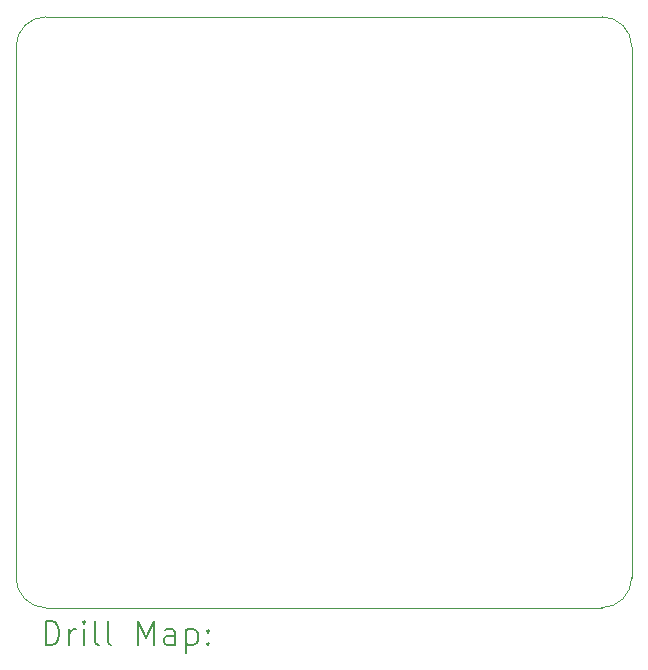
<source format=gbr>
%TF.GenerationSoftware,KiCad,Pcbnew,(6.0.8)*%
%TF.CreationDate,2023-01-28T13:43:02+01:00*%
%TF.ProjectId,MuMo-v2-Node,4d754d6f-2d76-4322-9d4e-6f64652e6b69,rev?*%
%TF.SameCoordinates,Original*%
%TF.FileFunction,Drillmap*%
%TF.FilePolarity,Positive*%
%FSLAX45Y45*%
G04 Gerber Fmt 4.5, Leading zero omitted, Abs format (unit mm)*
G04 Created by KiCad (PCBNEW (6.0.8)) date 2023-01-28 13:43:02*
%MOMM*%
%LPD*%
G01*
G04 APERTURE LIST*
%ADD10C,0.100000*%
%ADD11C,0.200000*%
G04 APERTURE END LIST*
D10*
X19232880Y-10769600D02*
G75*
G03*
X19486880Y-10515600I0J254000D01*
G01*
X14528800Y-5765800D02*
X19234685Y-5765800D01*
X14528800Y-5765800D02*
G75*
G03*
X14274800Y-6019800I0J-254000D01*
G01*
X19486880Y-10515600D02*
X19488685Y-6019800D01*
X19232880Y-10769600D02*
X14528800Y-10769600D01*
X14274800Y-10515600D02*
X14274800Y-6019800D01*
X14274800Y-10515600D02*
G75*
G03*
X14528800Y-10769600I254000J0D01*
G01*
X19488690Y-6019800D02*
G75*
G03*
X19234685Y-5765800I-254000J0D01*
G01*
D11*
X14527419Y-11085076D02*
X14527419Y-10885076D01*
X14575038Y-10885076D01*
X14603609Y-10894600D01*
X14622657Y-10913648D01*
X14632181Y-10932695D01*
X14641705Y-10970790D01*
X14641705Y-10999362D01*
X14632181Y-11037457D01*
X14622657Y-11056505D01*
X14603609Y-11075552D01*
X14575038Y-11085076D01*
X14527419Y-11085076D01*
X14727419Y-11085076D02*
X14727419Y-10951743D01*
X14727419Y-10989838D02*
X14736943Y-10970790D01*
X14746467Y-10961267D01*
X14765514Y-10951743D01*
X14784562Y-10951743D01*
X14851228Y-11085076D02*
X14851228Y-10951743D01*
X14851228Y-10885076D02*
X14841705Y-10894600D01*
X14851228Y-10904124D01*
X14860752Y-10894600D01*
X14851228Y-10885076D01*
X14851228Y-10904124D01*
X14975038Y-11085076D02*
X14955990Y-11075552D01*
X14946467Y-11056505D01*
X14946467Y-10885076D01*
X15079800Y-11085076D02*
X15060752Y-11075552D01*
X15051228Y-11056505D01*
X15051228Y-10885076D01*
X15308371Y-11085076D02*
X15308371Y-10885076D01*
X15375038Y-11027933D01*
X15441705Y-10885076D01*
X15441705Y-11085076D01*
X15622657Y-11085076D02*
X15622657Y-10980314D01*
X15613133Y-10961267D01*
X15594086Y-10951743D01*
X15555990Y-10951743D01*
X15536943Y-10961267D01*
X15622657Y-11075552D02*
X15603609Y-11085076D01*
X15555990Y-11085076D01*
X15536943Y-11075552D01*
X15527419Y-11056505D01*
X15527419Y-11037457D01*
X15536943Y-11018410D01*
X15555990Y-11008886D01*
X15603609Y-11008886D01*
X15622657Y-10999362D01*
X15717895Y-10951743D02*
X15717895Y-11151743D01*
X15717895Y-10961267D02*
X15736943Y-10951743D01*
X15775038Y-10951743D01*
X15794086Y-10961267D01*
X15803609Y-10970790D01*
X15813133Y-10989838D01*
X15813133Y-11046981D01*
X15803609Y-11066029D01*
X15794086Y-11075552D01*
X15775038Y-11085076D01*
X15736943Y-11085076D01*
X15717895Y-11075552D01*
X15898848Y-11066029D02*
X15908371Y-11075552D01*
X15898848Y-11085076D01*
X15889324Y-11075552D01*
X15898848Y-11066029D01*
X15898848Y-11085076D01*
X15898848Y-10961267D02*
X15908371Y-10970790D01*
X15898848Y-10980314D01*
X15889324Y-10970790D01*
X15898848Y-10961267D01*
X15898848Y-10980314D01*
M02*

</source>
